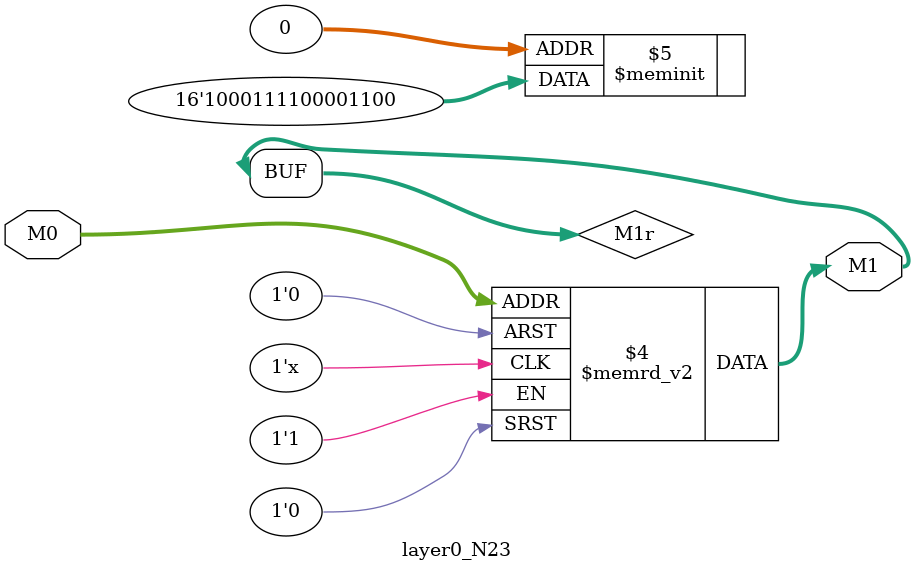
<source format=v>
module layer0_N23 ( input [2:0] M0, output [1:0] M1 );

	(*rom_style = "distributed" *) reg [1:0] M1r;
	assign M1 = M1r;
	always @ (M0) begin
		case (M0)
			3'b000: M1r = 2'b00;
			3'b100: M1r = 2'b11;
			3'b010: M1r = 2'b00;
			3'b110: M1r = 2'b00;
			3'b001: M1r = 2'b11;
			3'b101: M1r = 2'b11;
			3'b011: M1r = 2'b00;
			3'b111: M1r = 2'b10;

		endcase
	end
endmodule

</source>
